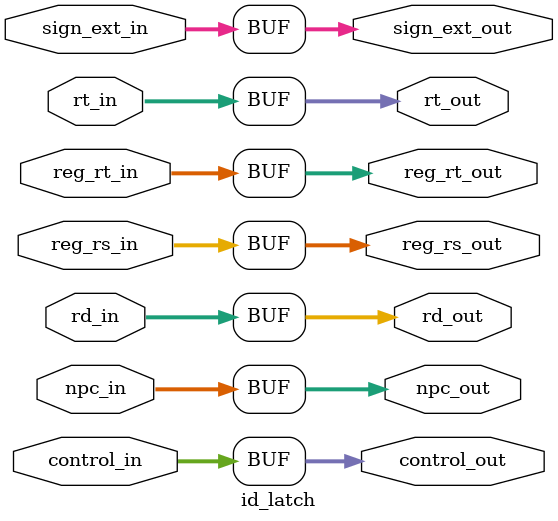
<source format=v>
`timescale 1ns / 1ps


module id_latch(
    // ctrl input
    input [8:0] control_in,
    // data input
    input [31:0] npc_in, reg_rs_in, reg_rt_in, sign_ext_in,
    // npc, readdat1, readdat2, signext_out
    input [4:0] rt_in, rd_in,
    // instr_2016, instr_1511
    
    // ctrl outputs
    output reg [8:0] control_out,
    // data outputs
    output reg [31:0] npc_out, reg_rs_out, reg_rt_out, sign_ext_out,
    output reg [4:0] rt_out, rd_out
    );
    
    always @(*) begin
        control_out <= control_in;
        npc_out <= npc_in;
        reg_rs_out <= reg_rs_in;
        reg_rt_out <= reg_rt_in;
        sign_ext_out <= sign_ext_in;
        rt_out <= rt_in;
        rd_out <= rd_in;
    end
    
endmodule

</source>
